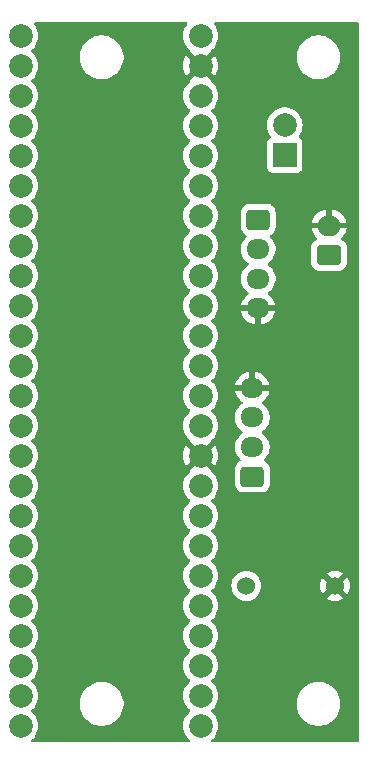
<source format=gbr>
%TF.GenerationSoftware,KiCad,Pcbnew,8.0.3*%
%TF.CreationDate,2024-12-28T15:57:08-05:00*%
%TF.ProjectId,mcu-board v2,6d63752d-626f-4617-9264-2076322e6b69,rev?*%
%TF.SameCoordinates,Original*%
%TF.FileFunction,Copper,L2,Bot*%
%TF.FilePolarity,Positive*%
%FSLAX46Y46*%
G04 Gerber Fmt 4.6, Leading zero omitted, Abs format (unit mm)*
G04 Created by KiCad (PCBNEW 8.0.3) date 2024-12-28 15:57:08*
%MOMM*%
%LPD*%
G01*
G04 APERTURE LIST*
G04 Aperture macros list*
%AMRoundRect*
0 Rectangle with rounded corners*
0 $1 Rounding radius*
0 $2 $3 $4 $5 $6 $7 $8 $9 X,Y pos of 4 corners*
0 Add a 4 corners polygon primitive as box body*
4,1,4,$2,$3,$4,$5,$6,$7,$8,$9,$2,$3,0*
0 Add four circle primitives for the rounded corners*
1,1,$1+$1,$2,$3*
1,1,$1+$1,$4,$5*
1,1,$1+$1,$6,$7*
1,1,$1+$1,$8,$9*
0 Add four rect primitives between the rounded corners*
20,1,$1+$1,$2,$3,$4,$5,0*
20,1,$1+$1,$4,$5,$6,$7,0*
20,1,$1+$1,$6,$7,$8,$9,0*
20,1,$1+$1,$8,$9,$2,$3,0*%
G04 Aperture macros list end*
%TA.AperFunction,ComponentPad*%
%ADD10RoundRect,0.250000X-0.725000X0.600000X-0.725000X-0.600000X0.725000X-0.600000X0.725000X0.600000X0*%
%TD*%
%TA.AperFunction,ComponentPad*%
%ADD11O,1.950000X1.700000*%
%TD*%
%TA.AperFunction,ComponentPad*%
%ADD12C,1.524000*%
%TD*%
%TA.AperFunction,ComponentPad*%
%ADD13RoundRect,0.250000X0.725000X-0.600000X0.725000X0.600000X-0.725000X0.600000X-0.725000X-0.600000X0*%
%TD*%
%TA.AperFunction,ComponentPad*%
%ADD14R,2.000000X2.000000*%
%TD*%
%TA.AperFunction,ComponentPad*%
%ADD15C,2.000000*%
%TD*%
%TA.AperFunction,ComponentPad*%
%ADD16RoundRect,0.250000X0.750000X-0.600000X0.750000X0.600000X-0.750000X0.600000X-0.750000X-0.600000X0*%
%TD*%
%TA.AperFunction,ComponentPad*%
%ADD17O,2.000000X1.700000*%
%TD*%
%TA.AperFunction,ViaPad*%
%ADD18C,0.600000*%
%TD*%
G04 APERTURE END LIST*
D10*
%TO.P,J2,1,Pin_1*%
%TO.N,+3.3V*%
X112250000Y-59750000D03*
D11*
%TO.P,J2,2,Pin_2*%
%TO.N,/SDA0*%
X112250000Y-62250000D03*
%TO.P,J2,3,Pin_3*%
%TO.N,/SCL0*%
X112250000Y-64750000D03*
%TO.P,J2,4,Pin_4*%
%TO.N,GND*%
X112250000Y-67250000D03*
%TD*%
D12*
%TO.P,BZ1,1,+*%
%TO.N,Net-(BZ1-+)*%
X111250000Y-90750000D03*
%TO.P,BZ1,2,-*%
%TO.N,GND*%
X118750000Y-90750000D03*
%TD*%
D13*
%TO.P,J4,1,Pin_1*%
%TO.N,+3.3V*%
X111750000Y-81500000D03*
D11*
%TO.P,J4,2,Pin_2*%
%TO.N,/RX8*%
X111750000Y-79000000D03*
%TO.P,J4,3,Pin_3*%
%TO.N,/TX8*%
X111750000Y-76500000D03*
%TO.P,J4,4,Pin_4*%
%TO.N,GND*%
X111750000Y-74000000D03*
%TD*%
D14*
%TO.P,J11,1,Pin_1*%
%TO.N,Net-(J11-Pin_1)*%
X114500000Y-54290000D03*
D15*
%TO.P,J11,2,Pin_2*%
%TO.N,Net-(J11-Pin_2)*%
X114500000Y-51750000D03*
%TD*%
%TO.P,Teensy4.2,0,GND*%
%TO.N,unconnected-(Teensy4.2-GND-Pad0)*%
X92138125Y-44168125D03*
%TO.P,Teensy4.2,1,RX1*%
%TO.N,/RX1*%
X92138125Y-46708125D03*
%TO.P,Teensy4.2,2,TX1*%
%TO.N,/TX1*%
X92138125Y-49248125D03*
%TO.P,Teensy4.2,3,PWM*%
%TO.N,unconnected-(Teensy4.2-PWM-Pad3)*%
X92138125Y-51788125D03*
%TO.P,Teensy4.2,4,PWM*%
%TO.N,unconnected-(Teensy4.2-PWM-Pad4)*%
X92138125Y-54328125D03*
%TO.P,Teensy4.2,5,PWM*%
%TO.N,unconnected-(Teensy4.2-PWM-Pad5)*%
X92138125Y-56868125D03*
%TO.P,Teensy4.2,6,PWM*%
%TO.N,unconnected-(Teensy4.2-PWM-Pad6)*%
X92138125Y-59408125D03*
%TO.P,Teensy4.2,7,PWM*%
%TO.N,unconnected-(Teensy4.2-PWM-Pad7)*%
X92138125Y-61948125D03*
%TO.P,Teensy4.2,8,RX2*%
%TO.N,/RX2*%
X92138125Y-64488125D03*
%TO.P,Teensy4.2,9,TX2*%
%TO.N,/TX2*%
X92138125Y-67028125D03*
%TO.P,Teensy4.2,10,PWM*%
%TO.N,unconnected-(Teensy4.2-PWM-Pad10)*%
X92138125Y-69568125D03*
%TO.P,Teensy4.2,11,CS*%
%TO.N,/CS0*%
X92138125Y-72108125D03*
%TO.P,Teensy4.2,12,MOSI*%
%TO.N,/MOSI0*%
X92138125Y-74648125D03*
%TO.P,Teensy4.2,13,MISO*%
%TO.N,/MISO0*%
X92138125Y-77188125D03*
%TO.P,Teensy4.2,14,3.3V*%
%TO.N,unconnected-(Teensy4.2-3.3V-Pad14)*%
X92138125Y-79728125D03*
%TO.P,Teensy4.2,15,SCL2*%
%TO.N,/SCL2*%
X92138125Y-82268125D03*
%TO.P,Teensy4.2,16,SDA2*%
%TO.N,/SDA2*%
X92138125Y-84808125D03*
%TO.P,Teensy4.2,17,MOSI1*%
%TO.N,/MOSI1*%
X92138125Y-87348125D03*
%TO.P,Teensy4.2,18,SCK1*%
%TO.N,/SCK1*%
X92138125Y-89888125D03*
%TO.P,Teensy4.2,19,RX7*%
%TO.N,/RX7*%
X92138125Y-92428125D03*
%TO.P,Teensy4.2,20,TX7*%
%TO.N,/TX7*%
X92138125Y-94968125D03*
%TO.P,Teensy4.2,21,GPIO*%
%TO.N,unconnected-(Teensy4.2-GPIO-Pad21)*%
X92138125Y-97508125D03*
%TO.P,Teensy4.2,22,GPIO*%
%TO.N,unconnected-(Teensy4.2-GPIO-Pad22)*%
X92138125Y-100048125D03*
%TO.P,Teensy4.2,23,GPIO*%
%TO.N,Net-(R6-Pad2)*%
X92138125Y-102588125D03*
%TO.P,Teensy4.2,24,PWM*%
%TO.N,Net-(BZ1-+)*%
X107378125Y-102588125D03*
%TO.P,Teensy4.2,25,RX8*%
%TO.N,/RX8*%
X107378125Y-100048125D03*
%TO.P,Teensy4.2,26,TX8*%
%TO.N,/TX8*%
X107378125Y-97508125D03*
%TO.P,Teensy4.2,27,PWM*%
%TO.N,unconnected-(Teensy4.2-PWM-Pad27)*%
X107378125Y-94968125D03*
%TO.P,Teensy4.2,28,PWM*%
%TO.N,unconnected-(Teensy4.2-PWM-Pad28)*%
X107378125Y-92428125D03*
%TO.P,Teensy4.2,29,CS1*%
%TO.N,/CS1*%
X107378125Y-89888125D03*
%TO.P,Teensy4.2,30,MISO*%
%TO.N,/MISO1*%
X107378125Y-87348125D03*
%TO.P,Teensy4.2,31,A16*%
%TO.N,unconnected-(Teensy4.2-A16-Pad31)*%
X107378125Y-84808125D03*
%TO.P,Teensy4.2,32,A17*%
%TO.N,unconnected-(Teensy4.2-A17-Pad32)*%
X107378125Y-82268125D03*
%TO.P,Teensy4.2,33,GND*%
%TO.N,GND*%
X107378125Y-79728125D03*
%TO.P,Teensy4.2,34,SCK*%
%TO.N,/SCK0*%
X107378125Y-77188125D03*
%TO.P,Teensy4.2,35,A0*%
%TO.N,unconnected-(Teensy4.2-A0-Pad35)*%
X107378125Y-74648125D03*
%TO.P,Teensy4.2,36,A1*%
%TO.N,unconnected-(Teensy4.2-A1-Pad36)*%
X107378125Y-72108125D03*
%TO.P,Teensy4.2,37,A2*%
%TO.N,unconnected-(Teensy4.2-A2-Pad37)*%
X107378125Y-69568125D03*
%TO.P,Teensy4.2,38,A3*%
%TO.N,unconnected-(Teensy4.2-A3-Pad38)*%
X107378125Y-67028125D03*
%TO.P,Teensy4.2,39,SDA*%
%TO.N,/SDA0*%
X107378125Y-64488125D03*
%TO.P,Teensy4.2,40,SCL*%
%TO.N,/SCL0*%
X107378125Y-61948125D03*
%TO.P,Teensy4.2,41,TX5*%
%TO.N,/RX5*%
X107378125Y-59408125D03*
%TO.P,Teensy4.2,42,RX5*%
%TO.N,/TX5*%
X107378125Y-56868125D03*
%TO.P,Teensy4.2,43,PWM*%
%TO.N,unconnected-(Teensy4.2-PWM-Pad43)*%
X107378125Y-54328125D03*
%TO.P,Teensy4.2,44,PWM*%
%TO.N,unconnected-(Teensy4.2-PWM-Pad44)*%
X107378125Y-51788125D03*
%TO.P,Teensy4.2,45,3.3V*%
%TO.N,+3.3V*%
X107378125Y-49248125D03*
%TO.P,Teensy4.2,46,GND*%
%TO.N,GND*%
X107378125Y-46708125D03*
%TO.P,Teensy4.2,47,Vin*%
%TO.N,Net-(J11-Pin_1)*%
X107378125Y-44168125D03*
%TD*%
D16*
%TO.P,J9,1,Pin_1*%
%TO.N,Net-(J11-Pin_2)*%
X118250000Y-62750000D03*
D17*
%TO.P,J9,2,Pin_2*%
%TO.N,GND*%
X118250000Y-60250000D03*
%TD*%
D18*
%TO.N,GND*%
X112522000Y-100076000D03*
X115824000Y-77216000D03*
%TD*%
%TA.AperFunction,Conductor*%
%TO.N,GND*%
G36*
X106197858Y-43020185D02*
G01*
X106243613Y-43072989D01*
X106253557Y-43142147D01*
X106224532Y-43205703D01*
X106222049Y-43208482D01*
X106189961Y-43243338D01*
X106053951Y-43451518D01*
X105954061Y-43679243D01*
X105893017Y-43920300D01*
X105893015Y-43920312D01*
X105872482Y-44168119D01*
X105872482Y-44168130D01*
X105893015Y-44415937D01*
X105893017Y-44415949D01*
X105954061Y-44657006D01*
X106053951Y-44884731D01*
X106189958Y-45092907D01*
X106189961Y-45092910D01*
X106358381Y-45275863D01*
X106358384Y-45275865D01*
X106358387Y-45275868D01*
X106461868Y-45356411D01*
X106502681Y-45413121D01*
X106509468Y-45461948D01*
X106508066Y-45484514D01*
X107240549Y-46216996D01*
X107181272Y-46232880D01*
X107064978Y-46300023D01*
X106970023Y-46394978D01*
X106902880Y-46511272D01*
X106886997Y-46570549D01*
X106154689Y-45838241D01*
X106054392Y-45991757D01*
X105954537Y-46219407D01*
X105893512Y-46460386D01*
X105893510Y-46460395D01*
X105872984Y-46708119D01*
X105872984Y-46708130D01*
X105893510Y-46955854D01*
X105893512Y-46955863D01*
X105954537Y-47196842D01*
X106054391Y-47424489D01*
X106154689Y-47578007D01*
X106886996Y-46845700D01*
X106902880Y-46904978D01*
X106970023Y-47021272D01*
X107064978Y-47116227D01*
X107181272Y-47183370D01*
X107240549Y-47199253D01*
X106508067Y-47931734D01*
X106509468Y-47954302D01*
X106493975Y-48022432D01*
X106461869Y-48059838D01*
X106358383Y-48140385D01*
X106189958Y-48323342D01*
X106053951Y-48531518D01*
X105954061Y-48759243D01*
X105893017Y-49000300D01*
X105893015Y-49000312D01*
X105872482Y-49248119D01*
X105872482Y-49248130D01*
X105893015Y-49495937D01*
X105893017Y-49495949D01*
X105954061Y-49737006D01*
X106053951Y-49964731D01*
X106189958Y-50172907D01*
X106189961Y-50172910D01*
X106358381Y-50355863D01*
X106441133Y-50420272D01*
X106481946Y-50476982D01*
X106485621Y-50546755D01*
X106450989Y-50607438D01*
X106441139Y-50615973D01*
X106407364Y-50642262D01*
X106358382Y-50680386D01*
X106189958Y-50863342D01*
X106053951Y-51071518D01*
X105954061Y-51299243D01*
X105893017Y-51540300D01*
X105893015Y-51540312D01*
X105872482Y-51788119D01*
X105872482Y-51788130D01*
X105893015Y-52035937D01*
X105893017Y-52035949D01*
X105954061Y-52277006D01*
X106053951Y-52504731D01*
X106189958Y-52712907D01*
X106209262Y-52733877D01*
X106358381Y-52895863D01*
X106441133Y-52960272D01*
X106481946Y-53016982D01*
X106485621Y-53086755D01*
X106450989Y-53147438D01*
X106441139Y-53155973D01*
X106382525Y-53201594D01*
X106358382Y-53220386D01*
X106189958Y-53403342D01*
X106053951Y-53611518D01*
X105954061Y-53839243D01*
X105893017Y-54080300D01*
X105893015Y-54080312D01*
X105872482Y-54328119D01*
X105872482Y-54328130D01*
X105893015Y-54575937D01*
X105893017Y-54575949D01*
X105954061Y-54817006D01*
X106053951Y-55044731D01*
X106189958Y-55252907D01*
X106189961Y-55252910D01*
X106358381Y-55435863D01*
X106441133Y-55500272D01*
X106481946Y-55556982D01*
X106485621Y-55626755D01*
X106450989Y-55687438D01*
X106441139Y-55695973D01*
X106392549Y-55733793D01*
X106358382Y-55760386D01*
X106189958Y-55943342D01*
X106053951Y-56151518D01*
X105954061Y-56379243D01*
X105893017Y-56620300D01*
X105893015Y-56620312D01*
X105872482Y-56868119D01*
X105872482Y-56868130D01*
X105893015Y-57115937D01*
X105893017Y-57115949D01*
X105954061Y-57357006D01*
X106053951Y-57584731D01*
X106189958Y-57792907D01*
X106189961Y-57792910D01*
X106358381Y-57975863D01*
X106441133Y-58040272D01*
X106481946Y-58096982D01*
X106485621Y-58166755D01*
X106450989Y-58227438D01*
X106441139Y-58235973D01*
X106382525Y-58281594D01*
X106358382Y-58300386D01*
X106189958Y-58483342D01*
X106053951Y-58691518D01*
X105954061Y-58919243D01*
X105893017Y-59160300D01*
X105893015Y-59160312D01*
X105872482Y-59408119D01*
X105872482Y-59408130D01*
X105893015Y-59655937D01*
X105893017Y-59655949D01*
X105954061Y-59897006D01*
X106053951Y-60124731D01*
X106189958Y-60332907D01*
X106189961Y-60332910D01*
X106358381Y-60515863D01*
X106441133Y-60580272D01*
X106481946Y-60636982D01*
X106485621Y-60706755D01*
X106450989Y-60767438D01*
X106441139Y-60775973D01*
X106386301Y-60818656D01*
X106358382Y-60840386D01*
X106189958Y-61023342D01*
X106053951Y-61231518D01*
X105954061Y-61459243D01*
X105893017Y-61700300D01*
X105893015Y-61700312D01*
X105872482Y-61948119D01*
X105872482Y-61948130D01*
X105893015Y-62195937D01*
X105893017Y-62195949D01*
X105954061Y-62437006D01*
X106053951Y-62664731D01*
X106189958Y-62872907D01*
X106189961Y-62872910D01*
X106358381Y-63055863D01*
X106441133Y-63120272D01*
X106481946Y-63176982D01*
X106485621Y-63246755D01*
X106450989Y-63307438D01*
X106441139Y-63315973D01*
X106382525Y-63361594D01*
X106358382Y-63380386D01*
X106189958Y-63563342D01*
X106053951Y-63771518D01*
X105954061Y-63999243D01*
X105893017Y-64240300D01*
X105893015Y-64240312D01*
X105872482Y-64488119D01*
X105872482Y-64488130D01*
X105893015Y-64735937D01*
X105893017Y-64735949D01*
X105954061Y-64977006D01*
X106053951Y-65204731D01*
X106189958Y-65412907D01*
X106189961Y-65412910D01*
X106358381Y-65595863D01*
X106441133Y-65660272D01*
X106481946Y-65716982D01*
X106485621Y-65786755D01*
X106450989Y-65847438D01*
X106441139Y-65855973D01*
X106384587Y-65899990D01*
X106358382Y-65920386D01*
X106189958Y-66103342D01*
X106053951Y-66311518D01*
X105954061Y-66539243D01*
X105893017Y-66780300D01*
X105893015Y-66780312D01*
X105872482Y-67028119D01*
X105872482Y-67028130D01*
X105893015Y-67275937D01*
X105893017Y-67275949D01*
X105954061Y-67517006D01*
X106053951Y-67744731D01*
X106189958Y-67952907D01*
X106189961Y-67952910D01*
X106358381Y-68135863D01*
X106441133Y-68200272D01*
X106481946Y-68256982D01*
X106485621Y-68326755D01*
X106450989Y-68387438D01*
X106441139Y-68395973D01*
X106382525Y-68441594D01*
X106358382Y-68460386D01*
X106189958Y-68643342D01*
X106053951Y-68851518D01*
X105954061Y-69079243D01*
X105893017Y-69320300D01*
X105893015Y-69320312D01*
X105872482Y-69568119D01*
X105872482Y-69568130D01*
X105893015Y-69815937D01*
X105893017Y-69815949D01*
X105954061Y-70057006D01*
X106053951Y-70284731D01*
X106189958Y-70492907D01*
X106189961Y-70492910D01*
X106358381Y-70675863D01*
X106441133Y-70740272D01*
X106481946Y-70796982D01*
X106485621Y-70866755D01*
X106450989Y-70927438D01*
X106441139Y-70935973D01*
X106382525Y-70981594D01*
X106358382Y-71000386D01*
X106189958Y-71183342D01*
X106053951Y-71391518D01*
X105954061Y-71619243D01*
X105893017Y-71860300D01*
X105893015Y-71860312D01*
X105872482Y-72108119D01*
X105872482Y-72108130D01*
X105893015Y-72355937D01*
X105893017Y-72355949D01*
X105954061Y-72597006D01*
X106053951Y-72824731D01*
X106189958Y-73032907D01*
X106189961Y-73032910D01*
X106358381Y-73215863D01*
X106441133Y-73280272D01*
X106481946Y-73336982D01*
X106485621Y-73406755D01*
X106450989Y-73467438D01*
X106441139Y-73475973D01*
X106433677Y-73481782D01*
X106358382Y-73540386D01*
X106189958Y-73723342D01*
X106053951Y-73931518D01*
X105954061Y-74159243D01*
X105893017Y-74400300D01*
X105893015Y-74400312D01*
X105872482Y-74648119D01*
X105872482Y-74648130D01*
X105893015Y-74895937D01*
X105893017Y-74895949D01*
X105954061Y-75137006D01*
X106053951Y-75364731D01*
X106189958Y-75572907D01*
X106189961Y-75572910D01*
X106358381Y-75755863D01*
X106441133Y-75820272D01*
X106481946Y-75876982D01*
X106485621Y-75946755D01*
X106450989Y-76007438D01*
X106441139Y-76015973D01*
X106382525Y-76061594D01*
X106358382Y-76080386D01*
X106189958Y-76263342D01*
X106053951Y-76471518D01*
X105954061Y-76699243D01*
X105893017Y-76940300D01*
X105893015Y-76940312D01*
X105872482Y-77188119D01*
X105872482Y-77188130D01*
X105893015Y-77435937D01*
X105893017Y-77435949D01*
X105954061Y-77677006D01*
X106053951Y-77904731D01*
X106189958Y-78112907D01*
X106189961Y-78112910D01*
X106358381Y-78295863D01*
X106358384Y-78295865D01*
X106358387Y-78295868D01*
X106461868Y-78376411D01*
X106502681Y-78433121D01*
X106509468Y-78481948D01*
X106508066Y-78504514D01*
X107240549Y-79236996D01*
X107181272Y-79252880D01*
X107064978Y-79320023D01*
X106970023Y-79414978D01*
X106902880Y-79531272D01*
X106886997Y-79590549D01*
X106154689Y-78858241D01*
X106054392Y-79011757D01*
X105954537Y-79239407D01*
X105893512Y-79480386D01*
X105893510Y-79480395D01*
X105872984Y-79728119D01*
X105872984Y-79728130D01*
X105893510Y-79975854D01*
X105893512Y-79975863D01*
X105954537Y-80216842D01*
X106054391Y-80444489D01*
X106154689Y-80598007D01*
X106886996Y-79865700D01*
X106902880Y-79924978D01*
X106970023Y-80041272D01*
X107064978Y-80136227D01*
X107181272Y-80203370D01*
X107240549Y-80219253D01*
X106508067Y-80951734D01*
X106509468Y-80974302D01*
X106493975Y-81042432D01*
X106461869Y-81079838D01*
X106358383Y-81160385D01*
X106189958Y-81343342D01*
X106053951Y-81551518D01*
X105954061Y-81779243D01*
X105893017Y-82020300D01*
X105893015Y-82020312D01*
X105872482Y-82268119D01*
X105872482Y-82268130D01*
X105893015Y-82515937D01*
X105893017Y-82515949D01*
X105954061Y-82757006D01*
X106053951Y-82984731D01*
X106189958Y-83192907D01*
X106189961Y-83192910D01*
X106358381Y-83375863D01*
X106441133Y-83440272D01*
X106481946Y-83496982D01*
X106485621Y-83566755D01*
X106450989Y-83627438D01*
X106441139Y-83635973D01*
X106382525Y-83681594D01*
X106358382Y-83700386D01*
X106189958Y-83883342D01*
X106053951Y-84091518D01*
X105954061Y-84319243D01*
X105893017Y-84560300D01*
X105893015Y-84560312D01*
X105872482Y-84808119D01*
X105872482Y-84808130D01*
X105893015Y-85055937D01*
X105893017Y-85055949D01*
X105954061Y-85297006D01*
X106053951Y-85524731D01*
X106189958Y-85732907D01*
X106189961Y-85732910D01*
X106358381Y-85915863D01*
X106441133Y-85980272D01*
X106481946Y-86036982D01*
X106485621Y-86106755D01*
X106450989Y-86167438D01*
X106441139Y-86175973D01*
X106382525Y-86221594D01*
X106358382Y-86240386D01*
X106189958Y-86423342D01*
X106053951Y-86631518D01*
X105954061Y-86859243D01*
X105893017Y-87100300D01*
X105893015Y-87100312D01*
X105872482Y-87348119D01*
X105872482Y-87348130D01*
X105893015Y-87595937D01*
X105893017Y-87595949D01*
X105954061Y-87837006D01*
X106053951Y-88064731D01*
X106189958Y-88272907D01*
X106189961Y-88272910D01*
X106358381Y-88455863D01*
X106441133Y-88520272D01*
X106481946Y-88576982D01*
X106485621Y-88646755D01*
X106450989Y-88707438D01*
X106441139Y-88715973D01*
X106382525Y-88761594D01*
X106358382Y-88780386D01*
X106189958Y-88963342D01*
X106053951Y-89171518D01*
X105954061Y-89399243D01*
X105893017Y-89640300D01*
X105893015Y-89640312D01*
X105872482Y-89888119D01*
X105872482Y-89888130D01*
X105893015Y-90135937D01*
X105893017Y-90135949D01*
X105954061Y-90377006D01*
X106053951Y-90604731D01*
X106189958Y-90812907D01*
X106189961Y-90812910D01*
X106358381Y-90995863D01*
X106441133Y-91060272D01*
X106481946Y-91116982D01*
X106485621Y-91186755D01*
X106450989Y-91247438D01*
X106441139Y-91255973D01*
X106382525Y-91301594D01*
X106358382Y-91320386D01*
X106189958Y-91503342D01*
X106053951Y-91711518D01*
X105954061Y-91939243D01*
X105893017Y-92180300D01*
X105893015Y-92180312D01*
X105872482Y-92428119D01*
X105872482Y-92428130D01*
X105893015Y-92675937D01*
X105893017Y-92675949D01*
X105954061Y-92917006D01*
X106053951Y-93144731D01*
X106189958Y-93352907D01*
X106189961Y-93352910D01*
X106358381Y-93535863D01*
X106441133Y-93600272D01*
X106481946Y-93656982D01*
X106485621Y-93726755D01*
X106450989Y-93787438D01*
X106441139Y-93795973D01*
X106382525Y-93841594D01*
X106358382Y-93860386D01*
X106189958Y-94043342D01*
X106053951Y-94251518D01*
X105954061Y-94479243D01*
X105893017Y-94720300D01*
X105893015Y-94720312D01*
X105872482Y-94968119D01*
X105872482Y-94968130D01*
X105893015Y-95215937D01*
X105893017Y-95215949D01*
X105954061Y-95457006D01*
X106053951Y-95684731D01*
X106189958Y-95892907D01*
X106189961Y-95892910D01*
X106358381Y-96075863D01*
X106441133Y-96140272D01*
X106481946Y-96196982D01*
X106485621Y-96266755D01*
X106450989Y-96327438D01*
X106441139Y-96335973D01*
X106382525Y-96381594D01*
X106358382Y-96400386D01*
X106189958Y-96583342D01*
X106053951Y-96791518D01*
X105954061Y-97019243D01*
X105893017Y-97260300D01*
X105893015Y-97260312D01*
X105872482Y-97508119D01*
X105872482Y-97508130D01*
X105893015Y-97755937D01*
X105893017Y-97755949D01*
X105954061Y-97997006D01*
X106053951Y-98224731D01*
X106189958Y-98432907D01*
X106189961Y-98432910D01*
X106358381Y-98615863D01*
X106441133Y-98680272D01*
X106481946Y-98736982D01*
X106485621Y-98806755D01*
X106450989Y-98867438D01*
X106441139Y-98875973D01*
X106410913Y-98899500D01*
X106358382Y-98940386D01*
X106189958Y-99123342D01*
X106053951Y-99331518D01*
X105954061Y-99559243D01*
X105893017Y-99800300D01*
X105893015Y-99800312D01*
X105872482Y-100048119D01*
X105872482Y-100048130D01*
X105893015Y-100295937D01*
X105893017Y-100295949D01*
X105954061Y-100537006D01*
X106053951Y-100764731D01*
X106189958Y-100972907D01*
X106189961Y-100972910D01*
X106358381Y-101155863D01*
X106441133Y-101220272D01*
X106481946Y-101276982D01*
X106485621Y-101346755D01*
X106450989Y-101407438D01*
X106441139Y-101415973D01*
X106382525Y-101461594D01*
X106358382Y-101480386D01*
X106189958Y-101663342D01*
X106053951Y-101871518D01*
X105954061Y-102099243D01*
X105893017Y-102340300D01*
X105893015Y-102340312D01*
X105872482Y-102588119D01*
X105872482Y-102588130D01*
X105893015Y-102835937D01*
X105893017Y-102835949D01*
X105954061Y-103077006D01*
X106053951Y-103304731D01*
X106189958Y-103512907D01*
X106189961Y-103512910D01*
X106358381Y-103695863D01*
X106358384Y-103695865D01*
X106358387Y-103695868D01*
X106463456Y-103777647D01*
X106504269Y-103834357D01*
X106507944Y-103904130D01*
X106473312Y-103964813D01*
X106411371Y-103997140D01*
X106387294Y-103999500D01*
X93128956Y-103999500D01*
X93061917Y-103979815D01*
X93016162Y-103927011D01*
X93006218Y-103857853D01*
X93035243Y-103794297D01*
X93052794Y-103777647D01*
X93118697Y-103726351D01*
X93157869Y-103695863D01*
X93326289Y-103512910D01*
X93462298Y-103304732D01*
X93562188Y-103077006D01*
X93623233Y-102835946D01*
X93643768Y-102588125D01*
X93636967Y-102506054D01*
X93623234Y-102340312D01*
X93623232Y-102340300D01*
X93562188Y-102099243D01*
X93462298Y-101871518D01*
X93326291Y-101663342D01*
X93275749Y-101608439D01*
X93157869Y-101480387D01*
X93075116Y-101415977D01*
X93034304Y-101359268D01*
X93030629Y-101289495D01*
X93065261Y-101228812D01*
X93075110Y-101220276D01*
X93157869Y-101155863D01*
X93326289Y-100972910D01*
X93462298Y-100764732D01*
X93521962Y-100628711D01*
X97149500Y-100628711D01*
X97149500Y-100871288D01*
X97181161Y-101111785D01*
X97243947Y-101346104D01*
X97299569Y-101480386D01*
X97336776Y-101570212D01*
X97458064Y-101780289D01*
X97458066Y-101780292D01*
X97458067Y-101780293D01*
X97605733Y-101972736D01*
X97605739Y-101972743D01*
X97777256Y-102144260D01*
X97777262Y-102144265D01*
X97969711Y-102291936D01*
X98179788Y-102413224D01*
X98403900Y-102506054D01*
X98638211Y-102568838D01*
X98784713Y-102588125D01*
X98878711Y-102600500D01*
X98878712Y-102600500D01*
X99121289Y-102600500D01*
X99169388Y-102594167D01*
X99361789Y-102568838D01*
X99596100Y-102506054D01*
X99820212Y-102413224D01*
X100030289Y-102291936D01*
X100222738Y-102144265D01*
X100394265Y-101972738D01*
X100541936Y-101780289D01*
X100663224Y-101570212D01*
X100756054Y-101346100D01*
X100818838Y-101111789D01*
X100850500Y-100871288D01*
X100850500Y-100628712D01*
X100818838Y-100388211D01*
X100756054Y-100153900D01*
X100663224Y-99929788D01*
X100541936Y-99719711D01*
X100394265Y-99527262D01*
X100394260Y-99527256D01*
X100222743Y-99355739D01*
X100222736Y-99355733D01*
X100030293Y-99208067D01*
X100030292Y-99208066D01*
X100030289Y-99208064D01*
X99820212Y-99086776D01*
X99820205Y-99086773D01*
X99596104Y-98993947D01*
X99361785Y-98931161D01*
X99121289Y-98899500D01*
X99121288Y-98899500D01*
X98878712Y-98899500D01*
X98878711Y-98899500D01*
X98638214Y-98931161D01*
X98403895Y-98993947D01*
X98179794Y-99086773D01*
X98179785Y-99086777D01*
X97969706Y-99208067D01*
X97777263Y-99355733D01*
X97777256Y-99355739D01*
X97605739Y-99527256D01*
X97605733Y-99527263D01*
X97458067Y-99719706D01*
X97336777Y-99929785D01*
X97336773Y-99929794D01*
X97243947Y-100153895D01*
X97181161Y-100388214D01*
X97149500Y-100628711D01*
X93521962Y-100628711D01*
X93562188Y-100537006D01*
X93623233Y-100295946D01*
X93623234Y-100295937D01*
X93643768Y-100048130D01*
X93643768Y-100048119D01*
X93623234Y-99800312D01*
X93623232Y-99800300D01*
X93562188Y-99559243D01*
X93462298Y-99331518D01*
X93326291Y-99123342D01*
X93207174Y-98993947D01*
X93157869Y-98940387D01*
X93075116Y-98875977D01*
X93034304Y-98819268D01*
X93030629Y-98749495D01*
X93065261Y-98688812D01*
X93075110Y-98680276D01*
X93157869Y-98615863D01*
X93326289Y-98432910D01*
X93462298Y-98224732D01*
X93562188Y-97997006D01*
X93623233Y-97755946D01*
X93643768Y-97508125D01*
X93623233Y-97260304D01*
X93562188Y-97019244D01*
X93462298Y-96791518D01*
X93326291Y-96583342D01*
X93275749Y-96528439D01*
X93157869Y-96400387D01*
X93075116Y-96335977D01*
X93034304Y-96279268D01*
X93030629Y-96209495D01*
X93065261Y-96148812D01*
X93075110Y-96140276D01*
X93157869Y-96075863D01*
X93326289Y-95892910D01*
X93462298Y-95684732D01*
X93562188Y-95457006D01*
X93623233Y-95215946D01*
X93643768Y-94968125D01*
X93623233Y-94720304D01*
X93562188Y-94479244D01*
X93462298Y-94251518D01*
X93326291Y-94043342D01*
X93275749Y-93988439D01*
X93157869Y-93860387D01*
X93075116Y-93795977D01*
X93034304Y-93739268D01*
X93030629Y-93669495D01*
X93065261Y-93608812D01*
X93075110Y-93600276D01*
X93157869Y-93535863D01*
X93326289Y-93352910D01*
X93462298Y-93144732D01*
X93562188Y-92917006D01*
X93623233Y-92675946D01*
X93643768Y-92428125D01*
X93623233Y-92180304D01*
X93623232Y-92180300D01*
X93562188Y-91939243D01*
X93462298Y-91711518D01*
X93326291Y-91503342D01*
X93216121Y-91383666D01*
X93157869Y-91320387D01*
X93075116Y-91255977D01*
X93034304Y-91199268D01*
X93030629Y-91129495D01*
X93065261Y-91068812D01*
X93075110Y-91060276D01*
X93157869Y-90995863D01*
X93326289Y-90812910D01*
X93462298Y-90604732D01*
X93562188Y-90377006D01*
X93623233Y-90135946D01*
X93630205Y-90051810D01*
X93643768Y-89888130D01*
X93643768Y-89888119D01*
X93623234Y-89640312D01*
X93623232Y-89640300D01*
X93562188Y-89399243D01*
X93462298Y-89171518D01*
X93326291Y-88963342D01*
X93275749Y-88908439D01*
X93157869Y-88780387D01*
X93075116Y-88715977D01*
X93034304Y-88659268D01*
X93030629Y-88589495D01*
X93065261Y-88528812D01*
X93075110Y-88520276D01*
X93157869Y-88455863D01*
X93326289Y-88272910D01*
X93462298Y-88064732D01*
X93562188Y-87837006D01*
X93623233Y-87595946D01*
X93643768Y-87348125D01*
X93623233Y-87100304D01*
X93562188Y-86859244D01*
X93462298Y-86631518D01*
X93326291Y-86423342D01*
X93275749Y-86368439D01*
X93157869Y-86240387D01*
X93075116Y-86175977D01*
X93034304Y-86119268D01*
X93030629Y-86049495D01*
X93065261Y-85988812D01*
X93075110Y-85980276D01*
X93157869Y-85915863D01*
X93326289Y-85732910D01*
X93462298Y-85524732D01*
X93562188Y-85297006D01*
X93623233Y-85055946D01*
X93643768Y-84808125D01*
X93623233Y-84560304D01*
X93562188Y-84319244D01*
X93462298Y-84091518D01*
X93326291Y-83883342D01*
X93275749Y-83828439D01*
X93157869Y-83700387D01*
X93075116Y-83635977D01*
X93034304Y-83579268D01*
X93030629Y-83509495D01*
X93065261Y-83448812D01*
X93075110Y-83440276D01*
X93157869Y-83375863D01*
X93326289Y-83192910D01*
X93462298Y-82984732D01*
X93562188Y-82757006D01*
X93623233Y-82515946D01*
X93623234Y-82515937D01*
X93643768Y-82268130D01*
X93643768Y-82268119D01*
X93623234Y-82020312D01*
X93623232Y-82020300D01*
X93562188Y-81779243D01*
X93462298Y-81551518D01*
X93326291Y-81343342D01*
X93275749Y-81288439D01*
X93157869Y-81160387D01*
X93075116Y-81095977D01*
X93034304Y-81039268D01*
X93030629Y-80969495D01*
X93065261Y-80908812D01*
X93075110Y-80900276D01*
X93157869Y-80835863D01*
X93326289Y-80652910D01*
X93462298Y-80444732D01*
X93562188Y-80217006D01*
X93623233Y-79975946D01*
X93623241Y-79975854D01*
X93643768Y-79728130D01*
X93643768Y-79728119D01*
X93623234Y-79480312D01*
X93623232Y-79480300D01*
X93562188Y-79239243D01*
X93462298Y-79011518D01*
X93326291Y-78803342D01*
X93220686Y-78688625D01*
X93157869Y-78620387D01*
X93075116Y-78555977D01*
X93034304Y-78499268D01*
X93030629Y-78429495D01*
X93065261Y-78368812D01*
X93075110Y-78360276D01*
X93157869Y-78295863D01*
X93326289Y-78112910D01*
X93462298Y-77904732D01*
X93562188Y-77677006D01*
X93623233Y-77435946D01*
X93642136Y-77207820D01*
X93643768Y-77188130D01*
X93643768Y-77188119D01*
X93623234Y-76940312D01*
X93623232Y-76940300D01*
X93562188Y-76699243D01*
X93462298Y-76471518D01*
X93326291Y-76263342D01*
X93253030Y-76183760D01*
X93157869Y-76080387D01*
X93075116Y-76015977D01*
X93034304Y-75959268D01*
X93030629Y-75889495D01*
X93065261Y-75828812D01*
X93075110Y-75820276D01*
X93157869Y-75755863D01*
X93326289Y-75572910D01*
X93462298Y-75364732D01*
X93562188Y-75137006D01*
X93623233Y-74895946D01*
X93624599Y-74879459D01*
X93643768Y-74648130D01*
X93643768Y-74648119D01*
X93623234Y-74400312D01*
X93623232Y-74400300D01*
X93562188Y-74159243D01*
X93462298Y-73931518D01*
X93326291Y-73723342D01*
X93231070Y-73619905D01*
X93157869Y-73540387D01*
X93075116Y-73475977D01*
X93034304Y-73419268D01*
X93030629Y-73349495D01*
X93065261Y-73288812D01*
X93075110Y-73280276D01*
X93157869Y-73215863D01*
X93326289Y-73032910D01*
X93462298Y-72824732D01*
X93562188Y-72597006D01*
X93623233Y-72355946D01*
X93643768Y-72108125D01*
X93623233Y-71860304D01*
X93562188Y-71619244D01*
X93462298Y-71391518D01*
X93326291Y-71183342D01*
X93275749Y-71128439D01*
X93157869Y-71000387D01*
X93075116Y-70935977D01*
X93034304Y-70879268D01*
X93030629Y-70809495D01*
X93065261Y-70748812D01*
X93075110Y-70740276D01*
X93157869Y-70675863D01*
X93326289Y-70492910D01*
X93462298Y-70284732D01*
X93562188Y-70057006D01*
X93623233Y-69815946D01*
X93643768Y-69568125D01*
X93623233Y-69320304D01*
X93562188Y-69079244D01*
X93462298Y-68851518D01*
X93326291Y-68643342D01*
X93195343Y-68501095D01*
X93157869Y-68460387D01*
X93075116Y-68395977D01*
X93034304Y-68339268D01*
X93030629Y-68269495D01*
X93065261Y-68208812D01*
X93075110Y-68200276D01*
X93157869Y-68135863D01*
X93326289Y-67952910D01*
X93462298Y-67744732D01*
X93562188Y-67517006D01*
X93623233Y-67275946D01*
X93630565Y-67187465D01*
X93643768Y-67028130D01*
X93643768Y-67028119D01*
X93623234Y-66780312D01*
X93623232Y-66780300D01*
X93562188Y-66539243D01*
X93462298Y-66311518D01*
X93326291Y-66103342D01*
X93275749Y-66048439D01*
X93157869Y-65920387D01*
X93075116Y-65855977D01*
X93034304Y-65799268D01*
X93030629Y-65729495D01*
X93065261Y-65668812D01*
X93075110Y-65660276D01*
X93157869Y-65595863D01*
X93326289Y-65412910D01*
X93462298Y-65204732D01*
X93562188Y-64977006D01*
X93623233Y-64735946D01*
X93643768Y-64488125D01*
X93639263Y-64433760D01*
X93623234Y-64240312D01*
X93623232Y-64240300D01*
X93562188Y-63999243D01*
X93462298Y-63771518D01*
X93326291Y-63563342D01*
X93226565Y-63455011D01*
X93157869Y-63380387D01*
X93075116Y-63315977D01*
X93034304Y-63259268D01*
X93030629Y-63189495D01*
X93065261Y-63128812D01*
X93075110Y-63120276D01*
X93157869Y-63055863D01*
X93326289Y-62872910D01*
X93462298Y-62664732D01*
X93562188Y-62437006D01*
X93623233Y-62195946D01*
X93627561Y-62143713D01*
X93643768Y-61948130D01*
X93643768Y-61948119D01*
X93623234Y-61700312D01*
X93623232Y-61700300D01*
X93562188Y-61459243D01*
X93462298Y-61231518D01*
X93326291Y-61023342D01*
X93275749Y-60968439D01*
X93157869Y-60840387D01*
X93075116Y-60775977D01*
X93034304Y-60719268D01*
X93030629Y-60649495D01*
X93065261Y-60588812D01*
X93075110Y-60580276D01*
X93157869Y-60515863D01*
X93326289Y-60332910D01*
X93462298Y-60124732D01*
X93562188Y-59897006D01*
X93623233Y-59655946D01*
X93623234Y-59655937D01*
X93643768Y-59408130D01*
X93643768Y-59408119D01*
X93623234Y-59160312D01*
X93623232Y-59160300D01*
X93562188Y-58919243D01*
X93462298Y-58691518D01*
X93326291Y-58483342D01*
X93275749Y-58428439D01*
X93157869Y-58300387D01*
X93075116Y-58235977D01*
X93034304Y-58179268D01*
X93030629Y-58109495D01*
X93065261Y-58048812D01*
X93075110Y-58040276D01*
X93157869Y-57975863D01*
X93326289Y-57792910D01*
X93462298Y-57584732D01*
X93562188Y-57357006D01*
X93623233Y-57115946D01*
X93643768Y-56868125D01*
X93623233Y-56620304D01*
X93562188Y-56379244D01*
X93462298Y-56151518D01*
X93326291Y-55943342D01*
X93275749Y-55888439D01*
X93157869Y-55760387D01*
X93075116Y-55695977D01*
X93034304Y-55639268D01*
X93030629Y-55569495D01*
X93065261Y-55508812D01*
X93075110Y-55500276D01*
X93157869Y-55435863D01*
X93326289Y-55252910D01*
X93462298Y-55044732D01*
X93562188Y-54817006D01*
X93623233Y-54575946D01*
X93643768Y-54328125D01*
X93623233Y-54080304D01*
X93562188Y-53839244D01*
X93462298Y-53611518D01*
X93326291Y-53403342D01*
X93177889Y-53242135D01*
X93157869Y-53220387D01*
X93075116Y-53155977D01*
X93034304Y-53099268D01*
X93030629Y-53029495D01*
X93065261Y-52968812D01*
X93075110Y-52960276D01*
X93157869Y-52895863D01*
X93326289Y-52712910D01*
X93462298Y-52504732D01*
X93562188Y-52277006D01*
X93623233Y-52035946D01*
X93643768Y-51788125D01*
X93640609Y-51750005D01*
X93623234Y-51540312D01*
X93623232Y-51540300D01*
X93562188Y-51299243D01*
X93462298Y-51071518D01*
X93326291Y-50863342D01*
X93275749Y-50808439D01*
X93157869Y-50680387D01*
X93075116Y-50615977D01*
X93034304Y-50559268D01*
X93030629Y-50489495D01*
X93065261Y-50428812D01*
X93075110Y-50420276D01*
X93157869Y-50355863D01*
X93326289Y-50172910D01*
X93462298Y-49964732D01*
X93562188Y-49737006D01*
X93623233Y-49495946D01*
X93643768Y-49248125D01*
X93623233Y-49000304D01*
X93562188Y-48759244D01*
X93462298Y-48531518D01*
X93326291Y-48323342D01*
X93275749Y-48268439D01*
X93157869Y-48140387D01*
X93075116Y-48075977D01*
X93034304Y-48019268D01*
X93030629Y-47949495D01*
X93065261Y-47888812D01*
X93075110Y-47880276D01*
X93157869Y-47815863D01*
X93326289Y-47632910D01*
X93462298Y-47424732D01*
X93562188Y-47197006D01*
X93623233Y-46955946D01*
X93623241Y-46955854D01*
X93643768Y-46708130D01*
X93643768Y-46708119D01*
X93623234Y-46460312D01*
X93623232Y-46460300D01*
X93562188Y-46219243D01*
X93462298Y-45991518D01*
X93388598Y-45878711D01*
X97149500Y-45878711D01*
X97149500Y-46121288D01*
X97181161Y-46361785D01*
X97243947Y-46596104D01*
X97336773Y-46820205D01*
X97336776Y-46820212D01*
X97458064Y-47030289D01*
X97458066Y-47030292D01*
X97458067Y-47030293D01*
X97605733Y-47222736D01*
X97605739Y-47222743D01*
X97777256Y-47394260D01*
X97777262Y-47394265D01*
X97969711Y-47541936D01*
X98179788Y-47663224D01*
X98375269Y-47744195D01*
X98383550Y-47747625D01*
X98403900Y-47756054D01*
X98638211Y-47818838D01*
X98818586Y-47842584D01*
X98878711Y-47850500D01*
X98878712Y-47850500D01*
X99121289Y-47850500D01*
X99169388Y-47844167D01*
X99361789Y-47818838D01*
X99596100Y-47756054D01*
X99820212Y-47663224D01*
X100030289Y-47541936D01*
X100222738Y-47394265D01*
X100394265Y-47222738D01*
X100541936Y-47030289D01*
X100663224Y-46820212D01*
X100756054Y-46596100D01*
X100818838Y-46361789D01*
X100850500Y-46121288D01*
X100850500Y-45878712D01*
X100818838Y-45638211D01*
X100756054Y-45403900D01*
X100663224Y-45179788D01*
X100541936Y-44969711D01*
X100394265Y-44777262D01*
X100394260Y-44777256D01*
X100222743Y-44605739D01*
X100222736Y-44605733D01*
X100030293Y-44458067D01*
X100030292Y-44458066D01*
X100030289Y-44458064D01*
X99820212Y-44336776D01*
X99820205Y-44336773D01*
X99596104Y-44243947D01*
X99361785Y-44181161D01*
X99121289Y-44149500D01*
X99121288Y-44149500D01*
X98878712Y-44149500D01*
X98878711Y-44149500D01*
X98638214Y-44181161D01*
X98403895Y-44243947D01*
X98179794Y-44336773D01*
X98179785Y-44336777D01*
X97969706Y-44458067D01*
X97777263Y-44605733D01*
X97777256Y-44605739D01*
X97605739Y-44777256D01*
X97605733Y-44777263D01*
X97458067Y-44969706D01*
X97336777Y-45179785D01*
X97336773Y-45179794D01*
X97243947Y-45403895D01*
X97181161Y-45638214D01*
X97149500Y-45878711D01*
X93388598Y-45878711D01*
X93326291Y-45783342D01*
X93220686Y-45668625D01*
X93157869Y-45600387D01*
X93075116Y-45535977D01*
X93034304Y-45479268D01*
X93030629Y-45409495D01*
X93065261Y-45348812D01*
X93075110Y-45340276D01*
X93157869Y-45275863D01*
X93326289Y-45092910D01*
X93462298Y-44884732D01*
X93562188Y-44657006D01*
X93623233Y-44415946D01*
X93629793Y-44336777D01*
X93643768Y-44168130D01*
X93643768Y-44168119D01*
X93623234Y-43920312D01*
X93623232Y-43920300D01*
X93562188Y-43679243D01*
X93462298Y-43451518D01*
X93326288Y-43243338D01*
X93294201Y-43208482D01*
X93263279Y-43145828D01*
X93271140Y-43076402D01*
X93315287Y-43022246D01*
X93381704Y-43000556D01*
X93385431Y-43000500D01*
X106130819Y-43000500D01*
X106197858Y-43020185D01*
G37*
%TD.AperFunction*%
%TA.AperFunction,Conductor*%
G36*
X120692539Y-43020185D02*
G01*
X120738294Y-43072989D01*
X120749500Y-43124500D01*
X120749500Y-103875500D01*
X120729815Y-103942539D01*
X120677011Y-103988294D01*
X120625500Y-103999500D01*
X108368956Y-103999500D01*
X108301917Y-103979815D01*
X108256162Y-103927011D01*
X108246218Y-103857853D01*
X108275243Y-103794297D01*
X108292794Y-103777647D01*
X108358697Y-103726351D01*
X108397869Y-103695863D01*
X108566289Y-103512910D01*
X108702298Y-103304732D01*
X108802188Y-103077006D01*
X108863233Y-102835946D01*
X108883768Y-102588125D01*
X108876967Y-102506054D01*
X108863234Y-102340312D01*
X108863232Y-102340300D01*
X108802188Y-102099243D01*
X108702298Y-101871518D01*
X108566291Y-101663342D01*
X108515749Y-101608439D01*
X108397869Y-101480387D01*
X108315116Y-101415977D01*
X108274304Y-101359268D01*
X108270629Y-101289495D01*
X108305261Y-101228812D01*
X108315110Y-101220276D01*
X108397869Y-101155863D01*
X108566289Y-100972910D01*
X108702298Y-100764732D01*
X108761962Y-100628711D01*
X115497500Y-100628711D01*
X115497500Y-100871288D01*
X115529161Y-101111785D01*
X115591947Y-101346104D01*
X115647569Y-101480386D01*
X115684776Y-101570212D01*
X115806064Y-101780289D01*
X115806066Y-101780292D01*
X115806067Y-101780293D01*
X115953733Y-101972736D01*
X115953739Y-101972743D01*
X116125256Y-102144260D01*
X116125262Y-102144265D01*
X116317711Y-102291936D01*
X116527788Y-102413224D01*
X116751900Y-102506054D01*
X116986211Y-102568838D01*
X117132713Y-102588125D01*
X117226711Y-102600500D01*
X117226712Y-102600500D01*
X117469289Y-102600500D01*
X117517388Y-102594167D01*
X117709789Y-102568838D01*
X117944100Y-102506054D01*
X118168212Y-102413224D01*
X118378289Y-102291936D01*
X118570738Y-102144265D01*
X118742265Y-101972738D01*
X118889936Y-101780289D01*
X119011224Y-101570212D01*
X119104054Y-101346100D01*
X119166838Y-101111789D01*
X119198500Y-100871288D01*
X119198500Y-100628712D01*
X119166838Y-100388211D01*
X119104054Y-100153900D01*
X119011224Y-99929788D01*
X118889936Y-99719711D01*
X118742265Y-99527262D01*
X118742260Y-99527256D01*
X118570743Y-99355739D01*
X118570736Y-99355733D01*
X118378293Y-99208067D01*
X118378292Y-99208066D01*
X118378289Y-99208064D01*
X118168212Y-99086776D01*
X118168205Y-99086773D01*
X117944104Y-98993947D01*
X117709785Y-98931161D01*
X117469289Y-98899500D01*
X117469288Y-98899500D01*
X117226712Y-98899500D01*
X117226711Y-98899500D01*
X116986214Y-98931161D01*
X116751895Y-98993947D01*
X116527794Y-99086773D01*
X116527785Y-99086777D01*
X116317706Y-99208067D01*
X116125263Y-99355733D01*
X116125256Y-99355739D01*
X115953739Y-99527256D01*
X115953733Y-99527263D01*
X115806067Y-99719706D01*
X115684777Y-99929785D01*
X115684773Y-99929794D01*
X115591947Y-100153895D01*
X115529161Y-100388214D01*
X115497500Y-100628711D01*
X108761962Y-100628711D01*
X108802188Y-100537006D01*
X108863233Y-100295946D01*
X108863234Y-100295937D01*
X108883768Y-100048130D01*
X108883768Y-100048119D01*
X108863234Y-99800312D01*
X108863232Y-99800300D01*
X108802188Y-99559243D01*
X108702298Y-99331518D01*
X108566291Y-99123342D01*
X108447174Y-98993947D01*
X108397869Y-98940387D01*
X108315116Y-98875977D01*
X108274304Y-98819268D01*
X108270629Y-98749495D01*
X108305261Y-98688812D01*
X108315110Y-98680276D01*
X108397869Y-98615863D01*
X108566289Y-98432910D01*
X108702298Y-98224732D01*
X108802188Y-97997006D01*
X108863233Y-97755946D01*
X108883768Y-97508125D01*
X108863233Y-97260304D01*
X108802188Y-97019244D01*
X108702298Y-96791518D01*
X108566291Y-96583342D01*
X108515749Y-96528439D01*
X108397869Y-96400387D01*
X108315116Y-96335977D01*
X108274304Y-96279268D01*
X108270629Y-96209495D01*
X108305261Y-96148812D01*
X108315110Y-96140276D01*
X108397869Y-96075863D01*
X108566289Y-95892910D01*
X108702298Y-95684732D01*
X108802188Y-95457006D01*
X108863233Y-95215946D01*
X108883768Y-94968125D01*
X108863233Y-94720304D01*
X108802188Y-94479244D01*
X108702298Y-94251518D01*
X108566291Y-94043342D01*
X108515749Y-93988439D01*
X108397869Y-93860387D01*
X108315116Y-93795977D01*
X108274304Y-93739268D01*
X108270629Y-93669495D01*
X108305261Y-93608812D01*
X108315110Y-93600276D01*
X108397869Y-93535863D01*
X108566289Y-93352910D01*
X108702298Y-93144732D01*
X108802188Y-92917006D01*
X108863233Y-92675946D01*
X108883768Y-92428125D01*
X108863233Y-92180304D01*
X108863232Y-92180300D01*
X108802188Y-91939243D01*
X108702298Y-91711518D01*
X108566291Y-91503342D01*
X108456121Y-91383666D01*
X108397869Y-91320387D01*
X108315116Y-91255977D01*
X108274304Y-91199268D01*
X108270629Y-91129495D01*
X108305261Y-91068812D01*
X108315110Y-91060276D01*
X108397869Y-90995863D01*
X108566289Y-90812910D01*
X108607392Y-90749997D01*
X109982677Y-90749997D01*
X109982677Y-90750002D01*
X110001929Y-90970062D01*
X110001930Y-90970070D01*
X110059104Y-91183445D01*
X110059105Y-91183447D01*
X110059106Y-91183450D01*
X110088944Y-91247438D01*
X110152466Y-91383662D01*
X110152468Y-91383666D01*
X110279170Y-91564615D01*
X110279175Y-91564621D01*
X110435378Y-91720824D01*
X110435384Y-91720829D01*
X110616333Y-91847531D01*
X110616335Y-91847532D01*
X110616338Y-91847534D01*
X110816550Y-91940894D01*
X111029932Y-91998070D01*
X111187123Y-92011822D01*
X111249998Y-92017323D01*
X111250000Y-92017323D01*
X111250002Y-92017323D01*
X111305017Y-92012509D01*
X111470068Y-91998070D01*
X111683450Y-91940894D01*
X111883662Y-91847534D01*
X112064620Y-91720826D01*
X112220826Y-91564620D01*
X112347534Y-91383662D01*
X112440894Y-91183450D01*
X112498070Y-90970068D01*
X112517323Y-90750000D01*
X112517323Y-90749999D01*
X117483179Y-90749999D01*
X117483179Y-90750000D01*
X117502424Y-90969976D01*
X117502426Y-90969986D01*
X117559575Y-91183270D01*
X117559580Y-91183284D01*
X117652898Y-91383405D01*
X117652901Y-91383411D01*
X117698258Y-91448187D01*
X117698259Y-91448188D01*
X118369000Y-90777447D01*
X118369000Y-90800160D01*
X118394964Y-90897061D01*
X118445124Y-90983940D01*
X118516060Y-91054876D01*
X118602939Y-91105036D01*
X118699840Y-91131000D01*
X118722553Y-91131000D01*
X118051810Y-91801740D01*
X118116590Y-91847099D01*
X118116592Y-91847100D01*
X118316715Y-91940419D01*
X118316729Y-91940424D01*
X118530013Y-91997573D01*
X118530023Y-91997575D01*
X118749999Y-92016821D01*
X118750001Y-92016821D01*
X118969976Y-91997575D01*
X118969986Y-91997573D01*
X119183270Y-91940424D01*
X119183284Y-91940419D01*
X119383407Y-91847100D01*
X119383417Y-91847094D01*
X119448188Y-91801741D01*
X118777448Y-91131000D01*
X118800160Y-91131000D01*
X118897061Y-91105036D01*
X118983940Y-91054876D01*
X119054876Y-90983940D01*
X119105036Y-90897061D01*
X119131000Y-90800160D01*
X119131000Y-90777447D01*
X119801741Y-91448188D01*
X119847094Y-91383417D01*
X119847100Y-91383407D01*
X119940419Y-91183284D01*
X119940424Y-91183270D01*
X119997573Y-90969986D01*
X119997575Y-90969976D01*
X120016821Y-90750000D01*
X120016821Y-90749999D01*
X119997575Y-90530023D01*
X119997573Y-90530013D01*
X119940424Y-90316729D01*
X119940420Y-90316720D01*
X119847096Y-90116586D01*
X119801741Y-90051811D01*
X119801740Y-90051810D01*
X119131000Y-90722551D01*
X119131000Y-90699840D01*
X119105036Y-90602939D01*
X119054876Y-90516060D01*
X118983940Y-90445124D01*
X118897061Y-90394964D01*
X118800160Y-90369000D01*
X118777448Y-90369000D01*
X119448188Y-89698259D01*
X119448187Y-89698258D01*
X119383411Y-89652901D01*
X119383405Y-89652898D01*
X119183284Y-89559580D01*
X119183270Y-89559575D01*
X118969986Y-89502426D01*
X118969976Y-89502424D01*
X118750001Y-89483179D01*
X118749999Y-89483179D01*
X118530023Y-89502424D01*
X118530013Y-89502426D01*
X118316729Y-89559575D01*
X118316720Y-89559579D01*
X118116590Y-89652901D01*
X118051811Y-89698258D01*
X118722553Y-90369000D01*
X118699840Y-90369000D01*
X118602939Y-90394964D01*
X118516060Y-90445124D01*
X118445124Y-90516060D01*
X118394964Y-90602939D01*
X118369000Y-90699840D01*
X118369000Y-90722553D01*
X117698258Y-90051811D01*
X117652901Y-90116590D01*
X117559579Y-90316720D01*
X117559575Y-90316729D01*
X117502426Y-90530013D01*
X117502424Y-90530023D01*
X117483179Y-90749999D01*
X112517323Y-90749999D01*
X112498070Y-90529932D01*
X112440894Y-90316550D01*
X112347534Y-90116339D01*
X112220826Y-89935380D01*
X112064620Y-89779174D01*
X112064616Y-89779171D01*
X112064615Y-89779170D01*
X111883666Y-89652468D01*
X111883662Y-89652466D01*
X111883660Y-89652465D01*
X111683450Y-89559106D01*
X111683447Y-89559105D01*
X111683445Y-89559104D01*
X111470070Y-89501930D01*
X111470062Y-89501929D01*
X111250002Y-89482677D01*
X111249998Y-89482677D01*
X111029937Y-89501929D01*
X111029929Y-89501930D01*
X110816554Y-89559104D01*
X110816548Y-89559107D01*
X110616340Y-89652465D01*
X110616338Y-89652466D01*
X110435377Y-89779175D01*
X110279175Y-89935377D01*
X110152466Y-90116338D01*
X110152465Y-90116340D01*
X110059107Y-90316548D01*
X110059104Y-90316554D01*
X110001930Y-90529929D01*
X110001929Y-90529937D01*
X109982677Y-90749997D01*
X108607392Y-90749997D01*
X108702298Y-90604732D01*
X108802188Y-90377006D01*
X108863233Y-90135946D01*
X108870205Y-90051810D01*
X108883768Y-89888130D01*
X108883768Y-89888119D01*
X108863234Y-89640312D01*
X108863232Y-89640300D01*
X108802188Y-89399243D01*
X108702298Y-89171518D01*
X108566291Y-88963342D01*
X108515749Y-88908439D01*
X108397869Y-88780387D01*
X108315116Y-88715977D01*
X108274304Y-88659268D01*
X108270629Y-88589495D01*
X108305261Y-88528812D01*
X108315110Y-88520276D01*
X108397869Y-88455863D01*
X108566289Y-88272910D01*
X108702298Y-88064732D01*
X108802188Y-87837006D01*
X108863233Y-87595946D01*
X108883768Y-87348125D01*
X108863233Y-87100304D01*
X108802188Y-86859244D01*
X108702298Y-86631518D01*
X108566291Y-86423342D01*
X108515749Y-86368439D01*
X108397869Y-86240387D01*
X108315116Y-86175977D01*
X108274304Y-86119268D01*
X108270629Y-86049495D01*
X108305261Y-85988812D01*
X108315110Y-85980276D01*
X108397869Y-85915863D01*
X108566289Y-85732910D01*
X108702298Y-85524732D01*
X108802188Y-85297006D01*
X108863233Y-85055946D01*
X108883768Y-84808125D01*
X108863233Y-84560304D01*
X108802188Y-84319244D01*
X108702298Y-84091518D01*
X108566291Y-83883342D01*
X108515749Y-83828439D01*
X108397869Y-83700387D01*
X108315116Y-83635977D01*
X108274304Y-83579268D01*
X108270629Y-83509495D01*
X108305261Y-83448812D01*
X108315110Y-83440276D01*
X108397869Y-83375863D01*
X108566289Y-83192910D01*
X108702298Y-82984732D01*
X108802188Y-82757006D01*
X108863233Y-82515946D01*
X108863234Y-82515937D01*
X108883768Y-82268130D01*
X108883768Y-82268119D01*
X108863234Y-82020312D01*
X108863232Y-82020300D01*
X108802188Y-81779243D01*
X108702298Y-81551518D01*
X108566291Y-81343342D01*
X108515749Y-81288439D01*
X108397869Y-81160387D01*
X108294378Y-81079837D01*
X108253567Y-81023128D01*
X108246780Y-80974301D01*
X108248181Y-80951734D01*
X107515700Y-80219253D01*
X107574978Y-80203370D01*
X107691272Y-80136227D01*
X107786227Y-80041272D01*
X107853370Y-79924978D01*
X107869252Y-79865700D01*
X108601559Y-80598007D01*
X108701856Y-80444494D01*
X108801712Y-80216842D01*
X108862737Y-79975863D01*
X108862739Y-79975854D01*
X108883266Y-79728130D01*
X108883266Y-79728119D01*
X108862739Y-79480395D01*
X108862737Y-79480386D01*
X108801712Y-79239407D01*
X108701856Y-79011755D01*
X108601559Y-78858241D01*
X107869252Y-79590548D01*
X107853370Y-79531272D01*
X107786227Y-79414978D01*
X107691272Y-79320023D01*
X107574978Y-79252880D01*
X107515700Y-79236997D01*
X108248181Y-78504515D01*
X108246780Y-78481950D01*
X108262272Y-78413819D01*
X108294375Y-78376415D01*
X108397869Y-78295863D01*
X108566289Y-78112910D01*
X108702298Y-77904732D01*
X108802188Y-77677006D01*
X108863233Y-77435946D01*
X108882136Y-77207820D01*
X108883768Y-77188130D01*
X108883768Y-77188119D01*
X108863234Y-76940312D01*
X108863232Y-76940300D01*
X108802188Y-76699243D01*
X108702298Y-76471518D01*
X108651466Y-76393713D01*
X110274500Y-76393713D01*
X110274500Y-76606286D01*
X110307753Y-76816239D01*
X110373444Y-77018414D01*
X110469951Y-77207820D01*
X110594890Y-77379786D01*
X110745209Y-77530105D01*
X110745214Y-77530109D01*
X110909793Y-77649682D01*
X110952459Y-77705011D01*
X110958438Y-77774625D01*
X110925833Y-77836420D01*
X110909793Y-77850318D01*
X110745214Y-77969890D01*
X110745209Y-77969894D01*
X110594890Y-78120213D01*
X110469951Y-78292179D01*
X110373444Y-78481585D01*
X110307753Y-78683760D01*
X110274500Y-78893713D01*
X110274500Y-79106286D01*
X110292213Y-79218125D01*
X110307754Y-79316243D01*
X110361090Y-79480395D01*
X110373444Y-79518414D01*
X110469951Y-79707820D01*
X110594890Y-79879786D01*
X110733705Y-80018601D01*
X110767190Y-80079924D01*
X110762206Y-80149616D01*
X110720334Y-80205549D01*
X110711121Y-80211821D01*
X110556342Y-80307289D01*
X110432289Y-80431342D01*
X110340187Y-80580663D01*
X110340185Y-80580668D01*
X110316248Y-80652907D01*
X110285001Y-80747203D01*
X110285001Y-80747204D01*
X110285000Y-80747204D01*
X110274500Y-80849983D01*
X110274500Y-82150001D01*
X110274501Y-82150018D01*
X110285000Y-82252796D01*
X110285001Y-82252799D01*
X110340185Y-82419331D01*
X110340186Y-82419334D01*
X110432288Y-82568656D01*
X110556344Y-82692712D01*
X110705666Y-82784814D01*
X110872203Y-82839999D01*
X110974991Y-82850500D01*
X112525008Y-82850499D01*
X112627797Y-82839999D01*
X112794334Y-82784814D01*
X112943656Y-82692712D01*
X113067712Y-82568656D01*
X113159814Y-82419334D01*
X113214999Y-82252797D01*
X113225500Y-82150009D01*
X113225499Y-80849992D01*
X113214999Y-80747203D01*
X113159814Y-80580666D01*
X113067712Y-80431344D01*
X112943656Y-80307288D01*
X112794334Y-80215186D01*
X112794333Y-80215185D01*
X112788878Y-80211821D01*
X112742154Y-80159873D01*
X112730931Y-80090910D01*
X112758775Y-80026828D01*
X112766272Y-80018623D01*
X112905104Y-79879792D01*
X113030051Y-79707816D01*
X113126557Y-79518412D01*
X113192246Y-79316243D01*
X113225500Y-79106287D01*
X113225500Y-78893713D01*
X113192246Y-78683757D01*
X113126557Y-78481588D01*
X113030051Y-78292184D01*
X113030049Y-78292181D01*
X113030048Y-78292179D01*
X112905109Y-78120213D01*
X112754792Y-77969896D01*
X112754784Y-77969890D01*
X112590204Y-77850316D01*
X112547540Y-77794989D01*
X112541561Y-77725376D01*
X112574166Y-77663580D01*
X112590199Y-77649686D01*
X112754792Y-77530104D01*
X112905104Y-77379792D01*
X112905106Y-77379788D01*
X112905109Y-77379786D01*
X113030048Y-77207820D01*
X113030047Y-77207820D01*
X113030051Y-77207816D01*
X113126557Y-77018412D01*
X113192246Y-76816243D01*
X113225500Y-76606287D01*
X113225500Y-76393713D01*
X113192246Y-76183757D01*
X113126557Y-75981588D01*
X113030051Y-75792184D01*
X113030049Y-75792181D01*
X113030048Y-75792179D01*
X112905109Y-75620213D01*
X112754790Y-75469894D01*
X112754785Y-75469890D01*
X112589781Y-75350008D01*
X112547115Y-75294678D01*
X112541136Y-75225065D01*
X112573741Y-75163270D01*
X112589781Y-75149371D01*
X112754466Y-75029721D01*
X112904723Y-74879464D01*
X112904727Y-74879459D01*
X113029620Y-74707557D01*
X113126095Y-74518217D01*
X113191757Y-74316129D01*
X113191757Y-74316126D01*
X113202231Y-74250000D01*
X112154146Y-74250000D01*
X112192630Y-74183343D01*
X112225000Y-74062535D01*
X112225000Y-73937465D01*
X112192630Y-73816657D01*
X112154146Y-73750000D01*
X113202231Y-73750000D01*
X113191757Y-73683873D01*
X113191757Y-73683870D01*
X113126095Y-73481782D01*
X113029620Y-73292442D01*
X112904727Y-73120540D01*
X112904723Y-73120535D01*
X112754464Y-72970276D01*
X112754459Y-72970272D01*
X112582557Y-72845379D01*
X112393217Y-72748904D01*
X112191128Y-72683242D01*
X112000000Y-72652969D01*
X112000000Y-73595854D01*
X111933343Y-73557370D01*
X111812535Y-73525000D01*
X111687465Y-73525000D01*
X111566657Y-73557370D01*
X111500000Y-73595854D01*
X111500000Y-72652969D01*
X111308872Y-72683242D01*
X111308869Y-72683242D01*
X111106782Y-72748904D01*
X110917442Y-72845379D01*
X110745540Y-72970272D01*
X110745535Y-72970276D01*
X110595276Y-73120535D01*
X110595272Y-73120540D01*
X110470379Y-73292442D01*
X110373904Y-73481782D01*
X110308242Y-73683870D01*
X110308242Y-73683873D01*
X110297769Y-73750000D01*
X111345854Y-73750000D01*
X111307370Y-73816657D01*
X111275000Y-73937465D01*
X111275000Y-74062535D01*
X111307370Y-74183343D01*
X111345854Y-74250000D01*
X110297769Y-74250000D01*
X110308242Y-74316126D01*
X110308242Y-74316129D01*
X110373904Y-74518217D01*
X110470379Y-74707557D01*
X110595272Y-74879459D01*
X110595276Y-74879464D01*
X110745535Y-75029723D01*
X110745540Y-75029727D01*
X110910218Y-75149372D01*
X110952884Y-75204701D01*
X110958863Y-75274315D01*
X110926258Y-75336110D01*
X110910218Y-75350008D01*
X110745214Y-75469890D01*
X110745209Y-75469894D01*
X110594890Y-75620213D01*
X110469951Y-75792179D01*
X110373444Y-75981585D01*
X110307753Y-76183760D01*
X110274500Y-76393713D01*
X108651466Y-76393713D01*
X108566291Y-76263342D01*
X108493030Y-76183760D01*
X108397869Y-76080387D01*
X108315116Y-76015977D01*
X108274304Y-75959268D01*
X108270629Y-75889495D01*
X108305261Y-75828812D01*
X108315110Y-75820276D01*
X108397869Y-75755863D01*
X108566289Y-75572910D01*
X108702298Y-75364732D01*
X108802188Y-75137006D01*
X108863233Y-74895946D01*
X108864599Y-74879459D01*
X108883768Y-74648130D01*
X108883768Y-74648119D01*
X108863234Y-74400312D01*
X108863232Y-74400300D01*
X108802188Y-74159243D01*
X108702298Y-73931518D01*
X108566291Y-73723342D01*
X108471070Y-73619905D01*
X108397869Y-73540387D01*
X108315116Y-73475977D01*
X108274304Y-73419268D01*
X108270629Y-73349495D01*
X108305261Y-73288812D01*
X108315110Y-73280276D01*
X108397869Y-73215863D01*
X108566289Y-73032910D01*
X108702298Y-72824732D01*
X108802188Y-72597006D01*
X108863233Y-72355946D01*
X108883768Y-72108125D01*
X108863233Y-71860304D01*
X108802188Y-71619244D01*
X108702298Y-71391518D01*
X108566291Y-71183342D01*
X108515749Y-71128439D01*
X108397869Y-71000387D01*
X108315116Y-70935977D01*
X108274304Y-70879268D01*
X108270629Y-70809495D01*
X108305261Y-70748812D01*
X108315110Y-70740276D01*
X108397869Y-70675863D01*
X108566289Y-70492910D01*
X108702298Y-70284732D01*
X108802188Y-70057006D01*
X108863233Y-69815946D01*
X108883768Y-69568125D01*
X108863233Y-69320304D01*
X108802188Y-69079244D01*
X108702298Y-68851518D01*
X108566291Y-68643342D01*
X108435343Y-68501095D01*
X108397869Y-68460387D01*
X108315116Y-68395977D01*
X108274304Y-68339268D01*
X108270629Y-68269495D01*
X108305261Y-68208812D01*
X108315110Y-68200276D01*
X108397869Y-68135863D01*
X108566289Y-67952910D01*
X108702298Y-67744732D01*
X108802188Y-67517006D01*
X108863233Y-67275946D01*
X108870565Y-67187465D01*
X108883768Y-67028130D01*
X108883768Y-67028119D01*
X108863234Y-66780312D01*
X108863232Y-66780300D01*
X108802188Y-66539243D01*
X108702298Y-66311518D01*
X108566291Y-66103342D01*
X108515749Y-66048439D01*
X108397869Y-65920387D01*
X108315116Y-65855977D01*
X108274304Y-65799268D01*
X108270629Y-65729495D01*
X108305261Y-65668812D01*
X108315110Y-65660276D01*
X108397869Y-65595863D01*
X108566289Y-65412910D01*
X108702298Y-65204732D01*
X108802188Y-64977006D01*
X108863233Y-64735946D01*
X108883768Y-64488125D01*
X108879263Y-64433760D01*
X108863234Y-64240312D01*
X108863232Y-64240300D01*
X108802188Y-63999243D01*
X108702298Y-63771518D01*
X108566291Y-63563342D01*
X108466565Y-63455011D01*
X108397869Y-63380387D01*
X108315116Y-63315977D01*
X108274304Y-63259268D01*
X108270629Y-63189495D01*
X108305261Y-63128812D01*
X108315110Y-63120276D01*
X108397869Y-63055863D01*
X108566289Y-62872910D01*
X108702298Y-62664732D01*
X108802188Y-62437006D01*
X108863233Y-62195946D01*
X108867561Y-62143713D01*
X108883768Y-61948130D01*
X108883768Y-61948119D01*
X108863234Y-61700312D01*
X108863232Y-61700300D01*
X108802188Y-61459243D01*
X108702298Y-61231518D01*
X108566291Y-61023342D01*
X108515749Y-60968439D01*
X108397869Y-60840387D01*
X108315116Y-60775977D01*
X108274304Y-60719268D01*
X108270629Y-60649495D01*
X108305261Y-60588812D01*
X108315110Y-60580276D01*
X108397869Y-60515863D01*
X108566289Y-60332910D01*
X108702298Y-60124732D01*
X108802188Y-59897006D01*
X108863233Y-59655946D01*
X108863234Y-59655937D01*
X108883768Y-59408130D01*
X108883768Y-59408119D01*
X108863234Y-59160312D01*
X108863232Y-59160300D01*
X108847958Y-59099983D01*
X110774500Y-59099983D01*
X110774500Y-60400001D01*
X110774501Y-60400018D01*
X110785000Y-60502796D01*
X110785001Y-60502799D01*
X110840185Y-60669331D01*
X110840187Y-60669336D01*
X110932289Y-60818657D01*
X111056344Y-60942712D01*
X111211120Y-61038178D01*
X111257845Y-61090126D01*
X111269068Y-61159088D01*
X111241224Y-61223171D01*
X111233706Y-61231398D01*
X111094889Y-61370215D01*
X110969951Y-61542179D01*
X110873444Y-61731585D01*
X110807753Y-61933760D01*
X110774500Y-62143713D01*
X110774500Y-62356286D01*
X110807753Y-62566239D01*
X110873444Y-62768414D01*
X110969951Y-62957820D01*
X111094890Y-63129786D01*
X111245209Y-63280105D01*
X111245214Y-63280109D01*
X111409793Y-63399682D01*
X111452459Y-63455011D01*
X111458438Y-63524625D01*
X111425833Y-63586420D01*
X111409793Y-63600318D01*
X111245214Y-63719890D01*
X111245209Y-63719894D01*
X111094890Y-63870213D01*
X110969951Y-64042179D01*
X110873444Y-64231585D01*
X110807753Y-64433760D01*
X110774500Y-64643713D01*
X110774500Y-64856286D01*
X110807753Y-65066239D01*
X110873444Y-65268414D01*
X110969951Y-65457820D01*
X111094890Y-65629786D01*
X111245209Y-65780105D01*
X111245214Y-65780109D01*
X111410218Y-65899991D01*
X111452884Y-65955320D01*
X111458863Y-66024934D01*
X111426258Y-66086729D01*
X111410218Y-66100627D01*
X111245540Y-66220272D01*
X111245535Y-66220276D01*
X111095276Y-66370535D01*
X111095272Y-66370540D01*
X110970379Y-66542442D01*
X110873904Y-66731782D01*
X110808242Y-66933870D01*
X110808242Y-66933873D01*
X110797769Y-67000000D01*
X111845854Y-67000000D01*
X111807370Y-67066657D01*
X111775000Y-67187465D01*
X111775000Y-67312535D01*
X111807370Y-67433343D01*
X111845854Y-67500000D01*
X110797769Y-67500000D01*
X110808242Y-67566126D01*
X110808242Y-67566129D01*
X110873904Y-67768217D01*
X110970379Y-67957557D01*
X111095272Y-68129459D01*
X111095276Y-68129464D01*
X111245535Y-68279723D01*
X111245540Y-68279727D01*
X111417442Y-68404620D01*
X111606782Y-68501095D01*
X111808872Y-68566757D01*
X112000000Y-68597029D01*
X112000000Y-67654145D01*
X112066657Y-67692630D01*
X112187465Y-67725000D01*
X112312535Y-67725000D01*
X112433343Y-67692630D01*
X112500000Y-67654145D01*
X112500000Y-68597028D01*
X112691127Y-68566757D01*
X112893217Y-68501095D01*
X113082557Y-68404620D01*
X113254459Y-68279727D01*
X113254464Y-68279723D01*
X113404723Y-68129464D01*
X113404727Y-68129459D01*
X113529620Y-67957557D01*
X113626095Y-67768217D01*
X113691757Y-67566129D01*
X113691757Y-67566126D01*
X113702231Y-67500000D01*
X112654146Y-67500000D01*
X112692630Y-67433343D01*
X112725000Y-67312535D01*
X112725000Y-67187465D01*
X112692630Y-67066657D01*
X112654146Y-67000000D01*
X113702231Y-67000000D01*
X113691757Y-66933873D01*
X113691757Y-66933870D01*
X113626095Y-66731782D01*
X113529620Y-66542442D01*
X113404727Y-66370540D01*
X113404723Y-66370535D01*
X113254464Y-66220276D01*
X113254459Y-66220272D01*
X113089781Y-66100627D01*
X113047115Y-66045297D01*
X113041136Y-65975684D01*
X113073741Y-65913889D01*
X113089776Y-65899994D01*
X113254792Y-65780104D01*
X113405104Y-65629792D01*
X113405106Y-65629788D01*
X113405109Y-65629786D01*
X113530048Y-65457820D01*
X113530047Y-65457820D01*
X113530051Y-65457816D01*
X113626557Y-65268412D01*
X113692246Y-65066243D01*
X113725500Y-64856287D01*
X113725500Y-64643713D01*
X113692246Y-64433757D01*
X113626557Y-64231588D01*
X113530051Y-64042184D01*
X113530049Y-64042181D01*
X113530048Y-64042179D01*
X113405109Y-63870213D01*
X113254792Y-63719896D01*
X113254784Y-63719890D01*
X113090204Y-63600316D01*
X113047540Y-63544989D01*
X113041561Y-63475376D01*
X113074166Y-63413580D01*
X113090199Y-63399686D01*
X113254792Y-63280104D01*
X113405104Y-63129792D01*
X113405106Y-63129788D01*
X113405109Y-63129786D01*
X113530048Y-62957820D01*
X113530047Y-62957820D01*
X113530051Y-62957816D01*
X113626557Y-62768412D01*
X113692246Y-62566243D01*
X113725500Y-62356287D01*
X113725500Y-62143713D01*
X113718574Y-62099983D01*
X116749500Y-62099983D01*
X116749500Y-63400001D01*
X116749501Y-63400018D01*
X116760000Y-63502796D01*
X116760001Y-63502799D01*
X116815185Y-63669331D01*
X116815186Y-63669334D01*
X116907288Y-63818656D01*
X117031344Y-63942712D01*
X117180666Y-64034814D01*
X117347203Y-64089999D01*
X117449991Y-64100500D01*
X119050008Y-64100499D01*
X119152797Y-64089999D01*
X119319334Y-64034814D01*
X119468656Y-63942712D01*
X119592712Y-63818656D01*
X119684814Y-63669334D01*
X119739999Y-63502797D01*
X119750500Y-63400009D01*
X119750499Y-62099992D01*
X119739999Y-61997203D01*
X119684814Y-61830666D01*
X119592712Y-61681344D01*
X119468656Y-61557288D01*
X119319334Y-61465186D01*
X119319332Y-61465185D01*
X119313440Y-61461551D01*
X119266716Y-61409603D01*
X119255493Y-61340641D01*
X119283337Y-61276558D01*
X119290856Y-61268330D01*
X119429728Y-61129458D01*
X119554620Y-60957557D01*
X119651095Y-60768217D01*
X119716757Y-60566129D01*
X119716757Y-60566126D01*
X119727231Y-60500000D01*
X118683012Y-60500000D01*
X118715925Y-60442993D01*
X118750000Y-60315826D01*
X118750000Y-60184174D01*
X118715925Y-60057007D01*
X118683012Y-60000000D01*
X119727231Y-60000000D01*
X119716757Y-59933873D01*
X119716757Y-59933870D01*
X119651095Y-59731782D01*
X119554620Y-59542442D01*
X119429727Y-59370540D01*
X119429723Y-59370535D01*
X119279464Y-59220276D01*
X119279459Y-59220272D01*
X119107557Y-59095379D01*
X118918217Y-58998904D01*
X118716129Y-58933242D01*
X118506246Y-58900000D01*
X118500000Y-58900000D01*
X118500000Y-59816988D01*
X118442993Y-59784075D01*
X118315826Y-59750000D01*
X118184174Y-59750000D01*
X118057007Y-59784075D01*
X118000000Y-59816988D01*
X118000000Y-58900000D01*
X117993754Y-58900000D01*
X117783872Y-58933242D01*
X117783869Y-58933242D01*
X117581782Y-58998904D01*
X117392442Y-59095379D01*
X117220540Y-59220272D01*
X117220535Y-59220276D01*
X117070276Y-59370535D01*
X117070272Y-59370540D01*
X116945379Y-59542442D01*
X116848904Y-59731782D01*
X116783242Y-59933870D01*
X116783242Y-59933873D01*
X116772769Y-60000000D01*
X117816988Y-60000000D01*
X117784075Y-60057007D01*
X117750000Y-60184174D01*
X117750000Y-60315826D01*
X117784075Y-60442993D01*
X117816988Y-60500000D01*
X116772769Y-60500000D01*
X116783242Y-60566126D01*
X116783242Y-60566129D01*
X116848904Y-60768217D01*
X116945379Y-60957557D01*
X117070272Y-61129459D01*
X117070276Y-61129464D01*
X117209143Y-61268331D01*
X117242628Y-61329654D01*
X117237644Y-61399346D01*
X117195772Y-61455279D01*
X117186559Y-61461551D01*
X117031342Y-61557289D01*
X116907289Y-61681342D01*
X116815187Y-61830663D01*
X116815186Y-61830666D01*
X116760001Y-61997203D01*
X116760001Y-61997204D01*
X116760000Y-61997204D01*
X116749500Y-62099983D01*
X113718574Y-62099983D01*
X113692246Y-61933757D01*
X113626557Y-61731588D01*
X113530051Y-61542184D01*
X113530049Y-61542181D01*
X113530048Y-61542179D01*
X113405109Y-61370213D01*
X113266294Y-61231398D01*
X113232809Y-61170075D01*
X113237793Y-61100383D01*
X113279665Y-61044450D01*
X113288879Y-61038178D01*
X113294331Y-61034814D01*
X113294334Y-61034814D01*
X113443656Y-60942712D01*
X113567712Y-60818656D01*
X113659814Y-60669334D01*
X113714999Y-60502797D01*
X113725500Y-60400009D01*
X113725499Y-59099992D01*
X113714999Y-58997203D01*
X113659814Y-58830666D01*
X113567712Y-58681344D01*
X113443656Y-58557288D01*
X113323770Y-58483342D01*
X113294336Y-58465187D01*
X113294331Y-58465185D01*
X113292862Y-58464698D01*
X113127797Y-58410001D01*
X113127795Y-58410000D01*
X113025010Y-58399500D01*
X111474998Y-58399500D01*
X111474981Y-58399501D01*
X111372203Y-58410000D01*
X111372200Y-58410001D01*
X111205668Y-58465185D01*
X111205663Y-58465187D01*
X111056342Y-58557289D01*
X110932289Y-58681342D01*
X110840187Y-58830663D01*
X110840186Y-58830666D01*
X110785001Y-58997203D01*
X110785001Y-58997204D01*
X110785000Y-58997204D01*
X110774500Y-59099983D01*
X108847958Y-59099983D01*
X108802188Y-58919243D01*
X108702298Y-58691518D01*
X108566291Y-58483342D01*
X108515749Y-58428439D01*
X108397869Y-58300387D01*
X108315116Y-58235977D01*
X108274304Y-58179268D01*
X108270629Y-58109495D01*
X108305261Y-58048812D01*
X108315110Y-58040276D01*
X108397869Y-57975863D01*
X108566289Y-57792910D01*
X108702298Y-57584732D01*
X108802188Y-57357006D01*
X108863233Y-57115946D01*
X108883768Y-56868125D01*
X108863233Y-56620304D01*
X108802188Y-56379244D01*
X108702298Y-56151518D01*
X108566291Y-55943342D01*
X108515749Y-55888439D01*
X108397869Y-55760387D01*
X108315116Y-55695977D01*
X108274304Y-55639268D01*
X108270629Y-55569495D01*
X108305261Y-55508812D01*
X108315110Y-55500276D01*
X108397869Y-55435863D01*
X108566289Y-55252910D01*
X108702298Y-55044732D01*
X108802188Y-54817006D01*
X108863233Y-54575946D01*
X108883768Y-54328125D01*
X108863233Y-54080304D01*
X108802188Y-53839244D01*
X108702298Y-53611518D01*
X108566291Y-53403342D01*
X108417889Y-53242135D01*
X108397869Y-53220387D01*
X108315116Y-53155977D01*
X108274304Y-53099268D01*
X108270629Y-53029495D01*
X108305261Y-52968812D01*
X108315110Y-52960276D01*
X108397869Y-52895863D01*
X108566289Y-52712910D01*
X108702298Y-52504732D01*
X108802188Y-52277006D01*
X108863233Y-52035946D01*
X108883768Y-51788125D01*
X108880609Y-51750005D01*
X108880608Y-51749994D01*
X112994357Y-51749994D01*
X112994357Y-51750005D01*
X113014890Y-51997812D01*
X113014892Y-51997824D01*
X113075936Y-52238881D01*
X113175825Y-52466603D01*
X113175827Y-52466607D01*
X113306742Y-52666988D01*
X113326929Y-52733877D01*
X113307749Y-52801063D01*
X113262367Y-52843637D01*
X113257670Y-52846201D01*
X113142455Y-52932452D01*
X113142452Y-52932455D01*
X113056206Y-53047664D01*
X113056202Y-53047671D01*
X113005908Y-53182517D01*
X113001837Y-53220386D01*
X112999501Y-53242123D01*
X112999500Y-53242135D01*
X112999500Y-55337870D01*
X112999501Y-55337876D01*
X113005908Y-55397483D01*
X113056202Y-55532328D01*
X113056206Y-55532335D01*
X113142452Y-55647544D01*
X113142455Y-55647547D01*
X113257664Y-55733793D01*
X113257671Y-55733797D01*
X113392517Y-55784091D01*
X113392516Y-55784091D01*
X113399444Y-55784835D01*
X113452127Y-55790500D01*
X115547872Y-55790499D01*
X115607483Y-55784091D01*
X115742331Y-55733796D01*
X115857546Y-55647546D01*
X115943796Y-55532331D01*
X115994091Y-55397483D01*
X116000500Y-55337873D01*
X116000499Y-53242128D01*
X115994091Y-53182517D01*
X115981007Y-53147438D01*
X115943797Y-53047671D01*
X115943793Y-53047664D01*
X115857547Y-52932455D01*
X115857544Y-52932452D01*
X115742332Y-52846204D01*
X115737635Y-52843639D01*
X115688232Y-52794232D01*
X115673382Y-52725958D01*
X115693257Y-52666989D01*
X115824173Y-52466607D01*
X115924063Y-52238881D01*
X115985108Y-51997821D01*
X115985109Y-51997812D01*
X116005643Y-51750005D01*
X116005643Y-51749994D01*
X115985109Y-51502187D01*
X115985107Y-51502175D01*
X115924063Y-51261118D01*
X115824173Y-51033393D01*
X115688166Y-50825217D01*
X115666557Y-50801744D01*
X115519744Y-50642262D01*
X115323509Y-50489526D01*
X115323507Y-50489525D01*
X115323506Y-50489524D01*
X115104811Y-50371172D01*
X115104802Y-50371169D01*
X114869616Y-50290429D01*
X114624335Y-50249500D01*
X114375665Y-50249500D01*
X114130383Y-50290429D01*
X113895197Y-50371169D01*
X113895188Y-50371172D01*
X113676493Y-50489524D01*
X113480257Y-50642261D01*
X113311833Y-50825217D01*
X113175826Y-51033393D01*
X113075936Y-51261118D01*
X113014892Y-51502175D01*
X113014890Y-51502187D01*
X112994357Y-51749994D01*
X108880608Y-51749994D01*
X108863234Y-51540312D01*
X108863232Y-51540300D01*
X108802188Y-51299243D01*
X108702298Y-51071518D01*
X108566291Y-50863342D01*
X108515749Y-50808439D01*
X108397869Y-50680387D01*
X108315116Y-50615977D01*
X108274304Y-50559268D01*
X108270629Y-50489495D01*
X108305261Y-50428812D01*
X108315110Y-50420276D01*
X108397869Y-50355863D01*
X108566289Y-50172910D01*
X108702298Y-49964732D01*
X108802188Y-49737006D01*
X108863233Y-49495946D01*
X108883768Y-49248125D01*
X108863233Y-49000304D01*
X108802188Y-48759244D01*
X108702298Y-48531518D01*
X108566291Y-48323342D01*
X108515749Y-48268439D01*
X108397869Y-48140387D01*
X108294378Y-48059837D01*
X108253567Y-48003128D01*
X108246780Y-47954301D01*
X108248181Y-47931734D01*
X107515700Y-47199253D01*
X107574978Y-47183370D01*
X107691272Y-47116227D01*
X107786227Y-47021272D01*
X107853370Y-46904978D01*
X107869252Y-46845700D01*
X108601559Y-47578007D01*
X108701856Y-47424494D01*
X108801712Y-47196842D01*
X108862737Y-46955863D01*
X108862739Y-46955854D01*
X108883266Y-46708130D01*
X108883266Y-46708119D01*
X108862739Y-46460395D01*
X108862737Y-46460386D01*
X108801712Y-46219407D01*
X108701856Y-45991755D01*
X108628000Y-45878711D01*
X115497500Y-45878711D01*
X115497500Y-46121288D01*
X115529161Y-46361785D01*
X115591947Y-46596104D01*
X115684773Y-46820205D01*
X115684776Y-46820212D01*
X115806064Y-47030289D01*
X115806066Y-47030292D01*
X115806067Y-47030293D01*
X115953733Y-47222736D01*
X115953739Y-47222743D01*
X116125256Y-47394260D01*
X116125262Y-47394265D01*
X116317711Y-47541936D01*
X116527788Y-47663224D01*
X116723269Y-47744195D01*
X116731550Y-47747625D01*
X116751900Y-47756054D01*
X116986211Y-47818838D01*
X117166586Y-47842584D01*
X117226711Y-47850500D01*
X117226712Y-47850500D01*
X117469289Y-47850500D01*
X117517388Y-47844167D01*
X117709789Y-47818838D01*
X117944100Y-47756054D01*
X118168212Y-47663224D01*
X118378289Y-47541936D01*
X118570738Y-47394265D01*
X118742265Y-47222738D01*
X118889936Y-47030289D01*
X119011224Y-46820212D01*
X119104054Y-46596100D01*
X119166838Y-46361789D01*
X119198500Y-46121288D01*
X119198500Y-45878712D01*
X119166838Y-45638211D01*
X119104054Y-45403900D01*
X119011224Y-45179788D01*
X118889936Y-44969711D01*
X118742265Y-44777262D01*
X118742260Y-44777256D01*
X118570743Y-44605739D01*
X118570736Y-44605733D01*
X118378293Y-44458067D01*
X118378292Y-44458066D01*
X118378289Y-44458064D01*
X118168212Y-44336776D01*
X118168205Y-44336773D01*
X117944104Y-44243947D01*
X117709785Y-44181161D01*
X117469289Y-44149500D01*
X117469288Y-44149500D01*
X117226712Y-44149500D01*
X117226711Y-44149500D01*
X116986214Y-44181161D01*
X116751895Y-44243947D01*
X116527794Y-44336773D01*
X116527785Y-44336777D01*
X116317706Y-44458067D01*
X116125263Y-44605733D01*
X116125256Y-44605739D01*
X115953739Y-44777256D01*
X115953733Y-44777263D01*
X115806067Y-44969706D01*
X115684777Y-45179785D01*
X115684773Y-45179794D01*
X115591947Y-45403895D01*
X115529161Y-45638214D01*
X115497500Y-45878711D01*
X108628000Y-45878711D01*
X108601559Y-45838241D01*
X107869252Y-46570548D01*
X107853370Y-46511272D01*
X107786227Y-46394978D01*
X107691272Y-46300023D01*
X107574978Y-46232880D01*
X107515700Y-46216997D01*
X108248181Y-45484515D01*
X108246780Y-45461950D01*
X108262272Y-45393819D01*
X108294375Y-45356415D01*
X108397869Y-45275863D01*
X108566289Y-45092910D01*
X108702298Y-44884732D01*
X108802188Y-44657006D01*
X108863233Y-44415946D01*
X108869793Y-44336777D01*
X108883768Y-44168130D01*
X108883768Y-44168119D01*
X108863234Y-43920312D01*
X108863232Y-43920300D01*
X108802188Y-43679243D01*
X108702298Y-43451518D01*
X108566288Y-43243338D01*
X108534201Y-43208482D01*
X108503279Y-43145828D01*
X108511140Y-43076402D01*
X108555287Y-43022246D01*
X108621704Y-43000556D01*
X108625431Y-43000500D01*
X120625500Y-43000500D01*
X120692539Y-43020185D01*
G37*
%TD.AperFunction*%
%TD*%
M02*

</source>
